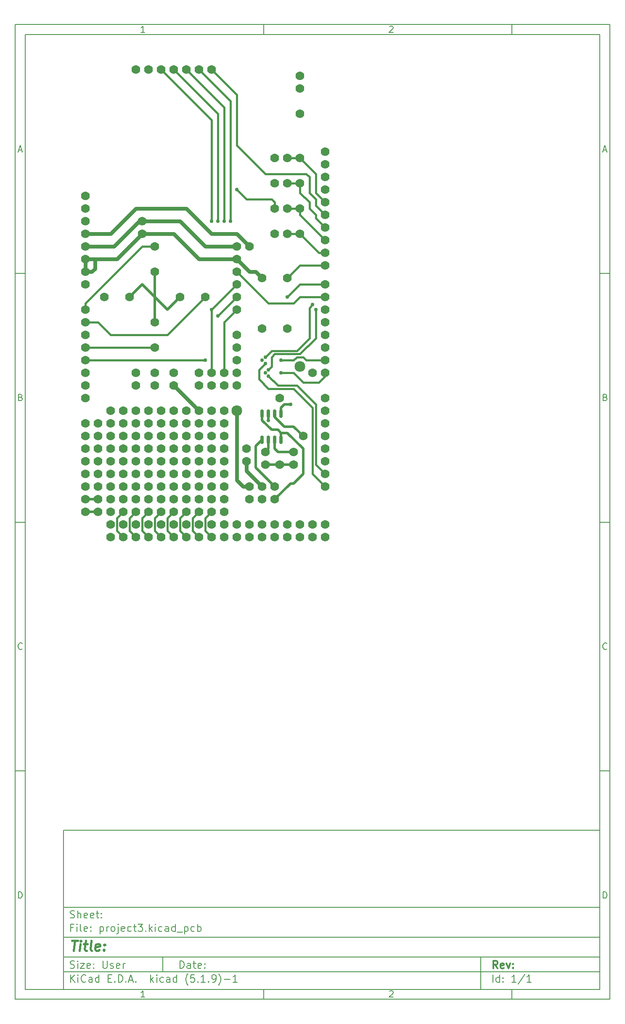
<source format=gbr>
%TF.GenerationSoftware,KiCad,Pcbnew,(5.1.9)-1*%
%TF.CreationDate,2021-06-09T21:17:05-04:00*%
%TF.ProjectId,project3,70726f6a-6563-4743-932e-6b696361645f,rev?*%
%TF.SameCoordinates,Original*%
%TF.FileFunction,Copper,L1,Top*%
%TF.FilePolarity,Positive*%
%FSLAX45Y45*%
G04 Gerber Fmt 4.5, Leading zero omitted, Abs format (unit mm)*
G04 Created by KiCad (PCBNEW (5.1.9)-1) date 2021-06-09 21:17:05*
%MOMM*%
%LPD*%
G01*
G04 APERTURE LIST*
%ADD10C,0.127000*%
%ADD11C,0.150000*%
%ADD12C,0.300000*%
%ADD13C,0.400000*%
%TA.AperFunction,ViaPad*%
%ADD14C,0.762000*%
%TD*%
%TA.AperFunction,ViaPad*%
%ADD15C,1.778000*%
%TD*%
%TA.AperFunction,ViaPad*%
%ADD16C,2.159000*%
%TD*%
%TA.AperFunction,Conductor*%
%ADD17C,0.381000*%
%TD*%
%TA.AperFunction,Conductor*%
%ADD18C,0.762000*%
%TD*%
%TA.AperFunction,Conductor*%
%ADD19C,0.508000*%
%TD*%
G04 APERTURE END LIST*
D10*
D11*
X1970000Y-17190000D02*
X1970000Y-20390000D01*
X12770000Y-20390000D01*
X12770000Y-17190000D01*
X1970000Y-17190000D01*
D10*
D11*
X1000000Y-1000000D02*
X1000000Y-20590000D01*
X12970000Y-20590000D01*
X12970000Y-1000000D01*
X1000000Y-1000000D01*
D10*
D11*
X1200000Y-1200000D02*
X1200000Y-20390000D01*
X12770000Y-20390000D01*
X12770000Y-1200000D01*
X1200000Y-1200000D01*
D10*
D11*
X6000000Y-1200000D02*
X6000000Y-1000000D01*
D10*
D11*
X11000000Y-1200000D02*
X11000000Y-1000000D01*
D10*
D11*
X3606548Y-1158810D02*
X3532262Y-1158810D01*
X3569405Y-1158810D02*
X3569405Y-1028809D01*
X3557024Y-1047381D01*
X3544643Y-1059762D01*
X3532262Y-1065952D01*
D10*
D11*
X8532262Y-1041190D02*
X8538452Y-1035000D01*
X8550833Y-1028809D01*
X8581786Y-1028809D01*
X8594167Y-1035000D01*
X8600357Y-1041190D01*
X8606548Y-1053571D01*
X8606548Y-1065952D01*
X8600357Y-1084524D01*
X8526071Y-1158810D01*
X8606548Y-1158810D01*
D10*
D11*
X6000000Y-20390000D02*
X6000000Y-20590000D01*
D10*
D11*
X11000000Y-20390000D02*
X11000000Y-20590000D01*
D10*
D11*
X3606548Y-20548810D02*
X3532262Y-20548810D01*
X3569405Y-20548810D02*
X3569405Y-20418810D01*
X3557024Y-20437381D01*
X3544643Y-20449762D01*
X3532262Y-20455952D01*
D10*
D11*
X8532262Y-20431190D02*
X8538452Y-20425000D01*
X8550833Y-20418810D01*
X8581786Y-20418810D01*
X8594167Y-20425000D01*
X8600357Y-20431190D01*
X8606548Y-20443571D01*
X8606548Y-20455952D01*
X8600357Y-20474524D01*
X8526071Y-20548810D01*
X8606548Y-20548810D01*
D10*
D11*
X1000000Y-6000000D02*
X1200000Y-6000000D01*
D10*
D11*
X1000000Y-11000000D02*
X1200000Y-11000000D01*
D10*
D11*
X1000000Y-16000000D02*
X1200000Y-16000000D01*
D10*
D11*
X1069048Y-3521667D02*
X1130952Y-3521667D01*
X1056667Y-3558809D02*
X1100000Y-3428809D01*
X1143333Y-3558809D01*
D10*
D11*
X1109286Y-8490714D02*
X1127857Y-8496905D01*
X1134048Y-8503095D01*
X1140238Y-8515476D01*
X1140238Y-8534048D01*
X1134048Y-8546429D01*
X1127857Y-8552619D01*
X1115476Y-8558810D01*
X1065952Y-8558810D01*
X1065952Y-8428810D01*
X1109286Y-8428810D01*
X1121667Y-8435000D01*
X1127857Y-8441190D01*
X1134048Y-8453571D01*
X1134048Y-8465952D01*
X1127857Y-8478333D01*
X1121667Y-8484524D01*
X1109286Y-8490714D01*
X1065952Y-8490714D01*
D10*
D11*
X1140238Y-13546428D02*
X1134048Y-13552619D01*
X1115476Y-13558809D01*
X1103095Y-13558809D01*
X1084524Y-13552619D01*
X1072143Y-13540238D01*
X1065952Y-13527857D01*
X1059762Y-13503095D01*
X1059762Y-13484524D01*
X1065952Y-13459762D01*
X1072143Y-13447381D01*
X1084524Y-13435000D01*
X1103095Y-13428809D01*
X1115476Y-13428809D01*
X1134048Y-13435000D01*
X1140238Y-13441190D01*
D10*
D11*
X1065952Y-18558810D02*
X1065952Y-18428810D01*
X1096905Y-18428810D01*
X1115476Y-18435000D01*
X1127857Y-18447381D01*
X1134048Y-18459762D01*
X1140238Y-18484524D01*
X1140238Y-18503095D01*
X1134048Y-18527857D01*
X1127857Y-18540238D01*
X1115476Y-18552619D01*
X1096905Y-18558810D01*
X1065952Y-18558810D01*
D10*
D11*
X12970000Y-6000000D02*
X12770000Y-6000000D01*
D10*
D11*
X12970000Y-11000000D02*
X12770000Y-11000000D01*
D10*
D11*
X12970000Y-16000000D02*
X12770000Y-16000000D01*
D10*
D11*
X12839048Y-3521667D02*
X12900952Y-3521667D01*
X12826667Y-3558809D02*
X12870000Y-3428809D01*
X12913333Y-3558809D01*
D10*
D11*
X12879286Y-8490714D02*
X12897857Y-8496905D01*
X12904048Y-8503095D01*
X12910238Y-8515476D01*
X12910238Y-8534048D01*
X12904048Y-8546429D01*
X12897857Y-8552619D01*
X12885476Y-8558810D01*
X12835952Y-8558810D01*
X12835952Y-8428810D01*
X12879286Y-8428810D01*
X12891667Y-8435000D01*
X12897857Y-8441190D01*
X12904048Y-8453571D01*
X12904048Y-8465952D01*
X12897857Y-8478333D01*
X12891667Y-8484524D01*
X12879286Y-8490714D01*
X12835952Y-8490714D01*
D10*
D11*
X12910238Y-13546428D02*
X12904048Y-13552619D01*
X12885476Y-13558809D01*
X12873095Y-13558809D01*
X12854524Y-13552619D01*
X12842143Y-13540238D01*
X12835952Y-13527857D01*
X12829762Y-13503095D01*
X12829762Y-13484524D01*
X12835952Y-13459762D01*
X12842143Y-13447381D01*
X12854524Y-13435000D01*
X12873095Y-13428809D01*
X12885476Y-13428809D01*
X12904048Y-13435000D01*
X12910238Y-13441190D01*
D10*
D11*
X12835952Y-18558810D02*
X12835952Y-18428810D01*
X12866905Y-18428810D01*
X12885476Y-18435000D01*
X12897857Y-18447381D01*
X12904048Y-18459762D01*
X12910238Y-18484524D01*
X12910238Y-18503095D01*
X12904048Y-18527857D01*
X12897857Y-18540238D01*
X12885476Y-18552619D01*
X12866905Y-18558810D01*
X12835952Y-18558810D01*
D10*
D11*
X4313214Y-19967857D02*
X4313214Y-19817857D01*
X4348929Y-19817857D01*
X4370357Y-19825000D01*
X4384643Y-19839286D01*
X4391786Y-19853571D01*
X4398929Y-19882143D01*
X4398929Y-19903571D01*
X4391786Y-19932143D01*
X4384643Y-19946429D01*
X4370357Y-19960714D01*
X4348929Y-19967857D01*
X4313214Y-19967857D01*
X4527500Y-19967857D02*
X4527500Y-19889286D01*
X4520357Y-19875000D01*
X4506071Y-19867857D01*
X4477500Y-19867857D01*
X4463214Y-19875000D01*
X4527500Y-19960714D02*
X4513214Y-19967857D01*
X4477500Y-19967857D01*
X4463214Y-19960714D01*
X4456071Y-19946429D01*
X4456071Y-19932143D01*
X4463214Y-19917857D01*
X4477500Y-19910714D01*
X4513214Y-19910714D01*
X4527500Y-19903571D01*
X4577500Y-19867857D02*
X4634643Y-19867857D01*
X4598929Y-19817857D02*
X4598929Y-19946429D01*
X4606071Y-19960714D01*
X4620357Y-19967857D01*
X4634643Y-19967857D01*
X4741786Y-19960714D02*
X4727500Y-19967857D01*
X4698929Y-19967857D01*
X4684643Y-19960714D01*
X4677500Y-19946429D01*
X4677500Y-19889286D01*
X4684643Y-19875000D01*
X4698929Y-19867857D01*
X4727500Y-19867857D01*
X4741786Y-19875000D01*
X4748929Y-19889286D01*
X4748929Y-19903571D01*
X4677500Y-19917857D01*
X4813214Y-19953571D02*
X4820357Y-19960714D01*
X4813214Y-19967857D01*
X4806071Y-19960714D01*
X4813214Y-19953571D01*
X4813214Y-19967857D01*
X4813214Y-19875000D02*
X4820357Y-19882143D01*
X4813214Y-19889286D01*
X4806071Y-19882143D01*
X4813214Y-19875000D01*
X4813214Y-19889286D01*
D10*
D11*
X1970000Y-20040000D02*
X12770000Y-20040000D01*
D10*
D11*
X2113214Y-20247857D02*
X2113214Y-20097857D01*
X2198929Y-20247857D02*
X2134643Y-20162143D01*
X2198929Y-20097857D02*
X2113214Y-20183571D01*
X2263214Y-20247857D02*
X2263214Y-20147857D01*
X2263214Y-20097857D02*
X2256071Y-20105000D01*
X2263214Y-20112143D01*
X2270357Y-20105000D01*
X2263214Y-20097857D01*
X2263214Y-20112143D01*
X2420357Y-20233571D02*
X2413214Y-20240714D01*
X2391786Y-20247857D01*
X2377500Y-20247857D01*
X2356071Y-20240714D01*
X2341786Y-20226429D01*
X2334643Y-20212143D01*
X2327500Y-20183571D01*
X2327500Y-20162143D01*
X2334643Y-20133571D01*
X2341786Y-20119286D01*
X2356071Y-20105000D01*
X2377500Y-20097857D01*
X2391786Y-20097857D01*
X2413214Y-20105000D01*
X2420357Y-20112143D01*
X2548929Y-20247857D02*
X2548929Y-20169286D01*
X2541786Y-20155000D01*
X2527500Y-20147857D01*
X2498929Y-20147857D01*
X2484643Y-20155000D01*
X2548929Y-20240714D02*
X2534643Y-20247857D01*
X2498929Y-20247857D01*
X2484643Y-20240714D01*
X2477500Y-20226429D01*
X2477500Y-20212143D01*
X2484643Y-20197857D01*
X2498929Y-20190714D01*
X2534643Y-20190714D01*
X2548929Y-20183571D01*
X2684643Y-20247857D02*
X2684643Y-20097857D01*
X2684643Y-20240714D02*
X2670357Y-20247857D01*
X2641786Y-20247857D01*
X2627500Y-20240714D01*
X2620357Y-20233571D01*
X2613214Y-20219286D01*
X2613214Y-20176429D01*
X2620357Y-20162143D01*
X2627500Y-20155000D01*
X2641786Y-20147857D01*
X2670357Y-20147857D01*
X2684643Y-20155000D01*
X2870357Y-20169286D02*
X2920357Y-20169286D01*
X2941786Y-20247857D02*
X2870357Y-20247857D01*
X2870357Y-20097857D01*
X2941786Y-20097857D01*
X3006071Y-20233571D02*
X3013214Y-20240714D01*
X3006071Y-20247857D01*
X2998928Y-20240714D01*
X3006071Y-20233571D01*
X3006071Y-20247857D01*
X3077500Y-20247857D02*
X3077500Y-20097857D01*
X3113214Y-20097857D01*
X3134643Y-20105000D01*
X3148928Y-20119286D01*
X3156071Y-20133571D01*
X3163214Y-20162143D01*
X3163214Y-20183571D01*
X3156071Y-20212143D01*
X3148928Y-20226429D01*
X3134643Y-20240714D01*
X3113214Y-20247857D01*
X3077500Y-20247857D01*
X3227500Y-20233571D02*
X3234643Y-20240714D01*
X3227500Y-20247857D01*
X3220357Y-20240714D01*
X3227500Y-20233571D01*
X3227500Y-20247857D01*
X3291786Y-20205000D02*
X3363214Y-20205000D01*
X3277500Y-20247857D02*
X3327500Y-20097857D01*
X3377500Y-20247857D01*
X3427500Y-20233571D02*
X3434643Y-20240714D01*
X3427500Y-20247857D01*
X3420357Y-20240714D01*
X3427500Y-20233571D01*
X3427500Y-20247857D01*
X3727500Y-20247857D02*
X3727500Y-20097857D01*
X3741786Y-20190714D02*
X3784643Y-20247857D01*
X3784643Y-20147857D02*
X3727500Y-20205000D01*
X3848928Y-20247857D02*
X3848928Y-20147857D01*
X3848928Y-20097857D02*
X3841786Y-20105000D01*
X3848928Y-20112143D01*
X3856071Y-20105000D01*
X3848928Y-20097857D01*
X3848928Y-20112143D01*
X3984643Y-20240714D02*
X3970357Y-20247857D01*
X3941786Y-20247857D01*
X3927500Y-20240714D01*
X3920357Y-20233571D01*
X3913214Y-20219286D01*
X3913214Y-20176429D01*
X3920357Y-20162143D01*
X3927500Y-20155000D01*
X3941786Y-20147857D01*
X3970357Y-20147857D01*
X3984643Y-20155000D01*
X4113214Y-20247857D02*
X4113214Y-20169286D01*
X4106071Y-20155000D01*
X4091786Y-20147857D01*
X4063214Y-20147857D01*
X4048928Y-20155000D01*
X4113214Y-20240714D02*
X4098928Y-20247857D01*
X4063214Y-20247857D01*
X4048928Y-20240714D01*
X4041786Y-20226429D01*
X4041786Y-20212143D01*
X4048928Y-20197857D01*
X4063214Y-20190714D01*
X4098928Y-20190714D01*
X4113214Y-20183571D01*
X4248929Y-20247857D02*
X4248929Y-20097857D01*
X4248929Y-20240714D02*
X4234643Y-20247857D01*
X4206071Y-20247857D01*
X4191786Y-20240714D01*
X4184643Y-20233571D01*
X4177500Y-20219286D01*
X4177500Y-20176429D01*
X4184643Y-20162143D01*
X4191786Y-20155000D01*
X4206071Y-20147857D01*
X4234643Y-20147857D01*
X4248929Y-20155000D01*
X4477500Y-20305000D02*
X4470357Y-20297857D01*
X4456071Y-20276429D01*
X4448929Y-20262143D01*
X4441786Y-20240714D01*
X4434643Y-20205000D01*
X4434643Y-20176429D01*
X4441786Y-20140714D01*
X4448929Y-20119286D01*
X4456071Y-20105000D01*
X4470357Y-20083571D01*
X4477500Y-20076429D01*
X4606071Y-20097857D02*
X4534643Y-20097857D01*
X4527500Y-20169286D01*
X4534643Y-20162143D01*
X4548929Y-20155000D01*
X4584643Y-20155000D01*
X4598929Y-20162143D01*
X4606071Y-20169286D01*
X4613214Y-20183571D01*
X4613214Y-20219286D01*
X4606071Y-20233571D01*
X4598929Y-20240714D01*
X4584643Y-20247857D01*
X4548929Y-20247857D01*
X4534643Y-20240714D01*
X4527500Y-20233571D01*
X4677500Y-20233571D02*
X4684643Y-20240714D01*
X4677500Y-20247857D01*
X4670357Y-20240714D01*
X4677500Y-20233571D01*
X4677500Y-20247857D01*
X4827500Y-20247857D02*
X4741786Y-20247857D01*
X4784643Y-20247857D02*
X4784643Y-20097857D01*
X4770357Y-20119286D01*
X4756071Y-20133571D01*
X4741786Y-20140714D01*
X4891786Y-20233571D02*
X4898929Y-20240714D01*
X4891786Y-20247857D01*
X4884643Y-20240714D01*
X4891786Y-20233571D01*
X4891786Y-20247857D01*
X4970357Y-20247857D02*
X4998929Y-20247857D01*
X5013214Y-20240714D01*
X5020357Y-20233571D01*
X5034643Y-20212143D01*
X5041786Y-20183571D01*
X5041786Y-20126429D01*
X5034643Y-20112143D01*
X5027500Y-20105000D01*
X5013214Y-20097857D01*
X4984643Y-20097857D01*
X4970357Y-20105000D01*
X4963214Y-20112143D01*
X4956071Y-20126429D01*
X4956071Y-20162143D01*
X4963214Y-20176429D01*
X4970357Y-20183571D01*
X4984643Y-20190714D01*
X5013214Y-20190714D01*
X5027500Y-20183571D01*
X5034643Y-20176429D01*
X5041786Y-20162143D01*
X5091786Y-20305000D02*
X5098929Y-20297857D01*
X5113214Y-20276429D01*
X5120357Y-20262143D01*
X5127500Y-20240714D01*
X5134643Y-20205000D01*
X5134643Y-20176429D01*
X5127500Y-20140714D01*
X5120357Y-20119286D01*
X5113214Y-20105000D01*
X5098929Y-20083571D01*
X5091786Y-20076429D01*
X5206071Y-20190714D02*
X5320357Y-20190714D01*
X5470357Y-20247857D02*
X5384643Y-20247857D01*
X5427500Y-20247857D02*
X5427500Y-20097857D01*
X5413214Y-20119286D01*
X5398929Y-20133571D01*
X5384643Y-20140714D01*
D10*
D11*
X1970000Y-19740000D02*
X12770000Y-19740000D01*
D10*
D12*
X10710929Y-19967857D02*
X10660929Y-19896429D01*
X10625214Y-19967857D02*
X10625214Y-19817857D01*
X10682357Y-19817857D01*
X10696643Y-19825000D01*
X10703786Y-19832143D01*
X10710929Y-19846429D01*
X10710929Y-19867857D01*
X10703786Y-19882143D01*
X10696643Y-19889286D01*
X10682357Y-19896429D01*
X10625214Y-19896429D01*
X10832357Y-19960714D02*
X10818071Y-19967857D01*
X10789500Y-19967857D01*
X10775214Y-19960714D01*
X10768071Y-19946429D01*
X10768071Y-19889286D01*
X10775214Y-19875000D01*
X10789500Y-19867857D01*
X10818071Y-19867857D01*
X10832357Y-19875000D01*
X10839500Y-19889286D01*
X10839500Y-19903571D01*
X10768071Y-19917857D01*
X10889500Y-19867857D02*
X10925214Y-19967857D01*
X10960929Y-19867857D01*
X11018071Y-19953571D02*
X11025214Y-19960714D01*
X11018071Y-19967857D01*
X11010929Y-19960714D01*
X11018071Y-19953571D01*
X11018071Y-19967857D01*
X11018071Y-19875000D02*
X11025214Y-19882143D01*
X11018071Y-19889286D01*
X11010929Y-19882143D01*
X11018071Y-19875000D01*
X11018071Y-19889286D01*
D10*
D11*
X2106071Y-19960714D02*
X2127500Y-19967857D01*
X2163214Y-19967857D01*
X2177500Y-19960714D01*
X2184643Y-19953571D01*
X2191786Y-19939286D01*
X2191786Y-19925000D01*
X2184643Y-19910714D01*
X2177500Y-19903571D01*
X2163214Y-19896429D01*
X2134643Y-19889286D01*
X2120357Y-19882143D01*
X2113214Y-19875000D01*
X2106071Y-19860714D01*
X2106071Y-19846429D01*
X2113214Y-19832143D01*
X2120357Y-19825000D01*
X2134643Y-19817857D01*
X2170357Y-19817857D01*
X2191786Y-19825000D01*
X2256071Y-19967857D02*
X2256071Y-19867857D01*
X2256071Y-19817857D02*
X2248929Y-19825000D01*
X2256071Y-19832143D01*
X2263214Y-19825000D01*
X2256071Y-19817857D01*
X2256071Y-19832143D01*
X2313214Y-19867857D02*
X2391786Y-19867857D01*
X2313214Y-19967857D01*
X2391786Y-19967857D01*
X2506071Y-19960714D02*
X2491786Y-19967857D01*
X2463214Y-19967857D01*
X2448929Y-19960714D01*
X2441786Y-19946429D01*
X2441786Y-19889286D01*
X2448929Y-19875000D01*
X2463214Y-19867857D01*
X2491786Y-19867857D01*
X2506071Y-19875000D01*
X2513214Y-19889286D01*
X2513214Y-19903571D01*
X2441786Y-19917857D01*
X2577500Y-19953571D02*
X2584643Y-19960714D01*
X2577500Y-19967857D01*
X2570357Y-19960714D01*
X2577500Y-19953571D01*
X2577500Y-19967857D01*
X2577500Y-19875000D02*
X2584643Y-19882143D01*
X2577500Y-19889286D01*
X2570357Y-19882143D01*
X2577500Y-19875000D01*
X2577500Y-19889286D01*
X2763214Y-19817857D02*
X2763214Y-19939286D01*
X2770357Y-19953571D01*
X2777500Y-19960714D01*
X2791786Y-19967857D01*
X2820357Y-19967857D01*
X2834643Y-19960714D01*
X2841786Y-19953571D01*
X2848928Y-19939286D01*
X2848928Y-19817857D01*
X2913214Y-19960714D02*
X2927500Y-19967857D01*
X2956071Y-19967857D01*
X2970357Y-19960714D01*
X2977500Y-19946429D01*
X2977500Y-19939286D01*
X2970357Y-19925000D01*
X2956071Y-19917857D01*
X2934643Y-19917857D01*
X2920357Y-19910714D01*
X2913214Y-19896429D01*
X2913214Y-19889286D01*
X2920357Y-19875000D01*
X2934643Y-19867857D01*
X2956071Y-19867857D01*
X2970357Y-19875000D01*
X3098928Y-19960714D02*
X3084643Y-19967857D01*
X3056071Y-19967857D01*
X3041786Y-19960714D01*
X3034643Y-19946429D01*
X3034643Y-19889286D01*
X3041786Y-19875000D01*
X3056071Y-19867857D01*
X3084643Y-19867857D01*
X3098928Y-19875000D01*
X3106071Y-19889286D01*
X3106071Y-19903571D01*
X3034643Y-19917857D01*
X3170357Y-19967857D02*
X3170357Y-19867857D01*
X3170357Y-19896429D02*
X3177500Y-19882143D01*
X3184643Y-19875000D01*
X3198928Y-19867857D01*
X3213214Y-19867857D01*
D10*
D11*
X10613214Y-20247857D02*
X10613214Y-20097857D01*
X10748929Y-20247857D02*
X10748929Y-20097857D01*
X10748929Y-20240714D02*
X10734643Y-20247857D01*
X10706071Y-20247857D01*
X10691786Y-20240714D01*
X10684643Y-20233571D01*
X10677500Y-20219286D01*
X10677500Y-20176429D01*
X10684643Y-20162143D01*
X10691786Y-20155000D01*
X10706071Y-20147857D01*
X10734643Y-20147857D01*
X10748929Y-20155000D01*
X10820357Y-20233571D02*
X10827500Y-20240714D01*
X10820357Y-20247857D01*
X10813214Y-20240714D01*
X10820357Y-20233571D01*
X10820357Y-20247857D01*
X10820357Y-20155000D02*
X10827500Y-20162143D01*
X10820357Y-20169286D01*
X10813214Y-20162143D01*
X10820357Y-20155000D01*
X10820357Y-20169286D01*
X11084643Y-20247857D02*
X10998929Y-20247857D01*
X11041786Y-20247857D02*
X11041786Y-20097857D01*
X11027500Y-20119286D01*
X11013214Y-20133571D01*
X10998929Y-20140714D01*
X11256071Y-20090714D02*
X11127500Y-20283571D01*
X11384643Y-20247857D02*
X11298928Y-20247857D01*
X11341786Y-20247857D02*
X11341786Y-20097857D01*
X11327500Y-20119286D01*
X11313214Y-20133571D01*
X11298928Y-20140714D01*
D10*
D11*
X1970000Y-19340000D02*
X12770000Y-19340000D01*
D10*
D13*
X2141238Y-19410476D02*
X2255524Y-19410476D01*
X2173381Y-19610476D02*
X2198381Y-19410476D01*
X2297190Y-19610476D02*
X2313857Y-19477143D01*
X2322190Y-19410476D02*
X2311476Y-19420000D01*
X2319810Y-19429524D01*
X2330524Y-19420000D01*
X2322190Y-19410476D01*
X2319810Y-19429524D01*
X2380524Y-19477143D02*
X2456714Y-19477143D01*
X2417429Y-19410476D02*
X2396000Y-19581905D01*
X2403143Y-19600952D01*
X2421000Y-19610476D01*
X2440048Y-19610476D01*
X2535286Y-19610476D02*
X2517429Y-19600952D01*
X2510286Y-19581905D01*
X2531714Y-19410476D01*
X2688857Y-19600952D02*
X2668619Y-19610476D01*
X2630524Y-19610476D01*
X2612667Y-19600952D01*
X2605524Y-19581905D01*
X2615048Y-19505714D01*
X2626952Y-19486667D01*
X2647190Y-19477143D01*
X2685286Y-19477143D01*
X2703143Y-19486667D01*
X2710286Y-19505714D01*
X2707905Y-19524762D01*
X2610286Y-19543810D01*
X2785286Y-19591429D02*
X2793619Y-19600952D01*
X2782905Y-19610476D01*
X2774571Y-19600952D01*
X2785286Y-19591429D01*
X2782905Y-19610476D01*
X2798381Y-19486667D02*
X2806714Y-19496190D01*
X2796000Y-19505714D01*
X2787667Y-19496190D01*
X2798381Y-19486667D01*
X2796000Y-19505714D01*
D10*
D11*
X2163214Y-19149286D02*
X2113214Y-19149286D01*
X2113214Y-19227857D02*
X2113214Y-19077857D01*
X2184643Y-19077857D01*
X2241786Y-19227857D02*
X2241786Y-19127857D01*
X2241786Y-19077857D02*
X2234643Y-19085000D01*
X2241786Y-19092143D01*
X2248929Y-19085000D01*
X2241786Y-19077857D01*
X2241786Y-19092143D01*
X2334643Y-19227857D02*
X2320357Y-19220714D01*
X2313214Y-19206429D01*
X2313214Y-19077857D01*
X2448929Y-19220714D02*
X2434643Y-19227857D01*
X2406071Y-19227857D01*
X2391786Y-19220714D01*
X2384643Y-19206429D01*
X2384643Y-19149286D01*
X2391786Y-19135000D01*
X2406071Y-19127857D01*
X2434643Y-19127857D01*
X2448929Y-19135000D01*
X2456071Y-19149286D01*
X2456071Y-19163571D01*
X2384643Y-19177857D01*
X2520357Y-19213571D02*
X2527500Y-19220714D01*
X2520357Y-19227857D01*
X2513214Y-19220714D01*
X2520357Y-19213571D01*
X2520357Y-19227857D01*
X2520357Y-19135000D02*
X2527500Y-19142143D01*
X2520357Y-19149286D01*
X2513214Y-19142143D01*
X2520357Y-19135000D01*
X2520357Y-19149286D01*
X2706071Y-19127857D02*
X2706071Y-19277857D01*
X2706071Y-19135000D02*
X2720357Y-19127857D01*
X2748929Y-19127857D01*
X2763214Y-19135000D01*
X2770357Y-19142143D01*
X2777500Y-19156429D01*
X2777500Y-19199286D01*
X2770357Y-19213571D01*
X2763214Y-19220714D01*
X2748929Y-19227857D01*
X2720357Y-19227857D01*
X2706071Y-19220714D01*
X2841786Y-19227857D02*
X2841786Y-19127857D01*
X2841786Y-19156429D02*
X2848928Y-19142143D01*
X2856071Y-19135000D01*
X2870357Y-19127857D01*
X2884643Y-19127857D01*
X2956071Y-19227857D02*
X2941786Y-19220714D01*
X2934643Y-19213571D01*
X2927500Y-19199286D01*
X2927500Y-19156429D01*
X2934643Y-19142143D01*
X2941786Y-19135000D01*
X2956071Y-19127857D01*
X2977500Y-19127857D01*
X2991786Y-19135000D01*
X2998928Y-19142143D01*
X3006071Y-19156429D01*
X3006071Y-19199286D01*
X2998928Y-19213571D01*
X2991786Y-19220714D01*
X2977500Y-19227857D01*
X2956071Y-19227857D01*
X3070357Y-19127857D02*
X3070357Y-19256429D01*
X3063214Y-19270714D01*
X3048928Y-19277857D01*
X3041786Y-19277857D01*
X3070357Y-19077857D02*
X3063214Y-19085000D01*
X3070357Y-19092143D01*
X3077500Y-19085000D01*
X3070357Y-19077857D01*
X3070357Y-19092143D01*
X3198928Y-19220714D02*
X3184643Y-19227857D01*
X3156071Y-19227857D01*
X3141786Y-19220714D01*
X3134643Y-19206429D01*
X3134643Y-19149286D01*
X3141786Y-19135000D01*
X3156071Y-19127857D01*
X3184643Y-19127857D01*
X3198928Y-19135000D01*
X3206071Y-19149286D01*
X3206071Y-19163571D01*
X3134643Y-19177857D01*
X3334643Y-19220714D02*
X3320357Y-19227857D01*
X3291786Y-19227857D01*
X3277500Y-19220714D01*
X3270357Y-19213571D01*
X3263214Y-19199286D01*
X3263214Y-19156429D01*
X3270357Y-19142143D01*
X3277500Y-19135000D01*
X3291786Y-19127857D01*
X3320357Y-19127857D01*
X3334643Y-19135000D01*
X3377500Y-19127857D02*
X3434643Y-19127857D01*
X3398928Y-19077857D02*
X3398928Y-19206429D01*
X3406071Y-19220714D01*
X3420357Y-19227857D01*
X3434643Y-19227857D01*
X3470357Y-19077857D02*
X3563214Y-19077857D01*
X3513214Y-19135000D01*
X3534643Y-19135000D01*
X3548928Y-19142143D01*
X3556071Y-19149286D01*
X3563214Y-19163571D01*
X3563214Y-19199286D01*
X3556071Y-19213571D01*
X3548928Y-19220714D01*
X3534643Y-19227857D01*
X3491786Y-19227857D01*
X3477500Y-19220714D01*
X3470357Y-19213571D01*
X3627500Y-19213571D02*
X3634643Y-19220714D01*
X3627500Y-19227857D01*
X3620357Y-19220714D01*
X3627500Y-19213571D01*
X3627500Y-19227857D01*
X3698928Y-19227857D02*
X3698928Y-19077857D01*
X3713214Y-19170714D02*
X3756071Y-19227857D01*
X3756071Y-19127857D02*
X3698928Y-19185000D01*
X3820357Y-19227857D02*
X3820357Y-19127857D01*
X3820357Y-19077857D02*
X3813214Y-19085000D01*
X3820357Y-19092143D01*
X3827500Y-19085000D01*
X3820357Y-19077857D01*
X3820357Y-19092143D01*
X3956071Y-19220714D02*
X3941786Y-19227857D01*
X3913214Y-19227857D01*
X3898928Y-19220714D01*
X3891786Y-19213571D01*
X3884643Y-19199286D01*
X3884643Y-19156429D01*
X3891786Y-19142143D01*
X3898928Y-19135000D01*
X3913214Y-19127857D01*
X3941786Y-19127857D01*
X3956071Y-19135000D01*
X4084643Y-19227857D02*
X4084643Y-19149286D01*
X4077500Y-19135000D01*
X4063214Y-19127857D01*
X4034643Y-19127857D01*
X4020357Y-19135000D01*
X4084643Y-19220714D02*
X4070357Y-19227857D01*
X4034643Y-19227857D01*
X4020357Y-19220714D01*
X4013214Y-19206429D01*
X4013214Y-19192143D01*
X4020357Y-19177857D01*
X4034643Y-19170714D01*
X4070357Y-19170714D01*
X4084643Y-19163571D01*
X4220357Y-19227857D02*
X4220357Y-19077857D01*
X4220357Y-19220714D02*
X4206071Y-19227857D01*
X4177500Y-19227857D01*
X4163214Y-19220714D01*
X4156071Y-19213571D01*
X4148928Y-19199286D01*
X4148928Y-19156429D01*
X4156071Y-19142143D01*
X4163214Y-19135000D01*
X4177500Y-19127857D01*
X4206071Y-19127857D01*
X4220357Y-19135000D01*
X4256071Y-19242143D02*
X4370357Y-19242143D01*
X4406071Y-19127857D02*
X4406071Y-19277857D01*
X4406071Y-19135000D02*
X4420357Y-19127857D01*
X4448929Y-19127857D01*
X4463214Y-19135000D01*
X4470357Y-19142143D01*
X4477500Y-19156429D01*
X4477500Y-19199286D01*
X4470357Y-19213571D01*
X4463214Y-19220714D01*
X4448929Y-19227857D01*
X4420357Y-19227857D01*
X4406071Y-19220714D01*
X4606071Y-19220714D02*
X4591786Y-19227857D01*
X4563214Y-19227857D01*
X4548929Y-19220714D01*
X4541786Y-19213571D01*
X4534643Y-19199286D01*
X4534643Y-19156429D01*
X4541786Y-19142143D01*
X4548929Y-19135000D01*
X4563214Y-19127857D01*
X4591786Y-19127857D01*
X4606071Y-19135000D01*
X4670357Y-19227857D02*
X4670357Y-19077857D01*
X4670357Y-19135000D02*
X4684643Y-19127857D01*
X4713214Y-19127857D01*
X4727500Y-19135000D01*
X4734643Y-19142143D01*
X4741786Y-19156429D01*
X4741786Y-19199286D01*
X4734643Y-19213571D01*
X4727500Y-19220714D01*
X4713214Y-19227857D01*
X4684643Y-19227857D01*
X4670357Y-19220714D01*
D10*
D11*
X1970000Y-18740000D02*
X12770000Y-18740000D01*
D10*
D11*
X2106071Y-18950714D02*
X2127500Y-18957857D01*
X2163214Y-18957857D01*
X2177500Y-18950714D01*
X2184643Y-18943571D01*
X2191786Y-18929286D01*
X2191786Y-18915000D01*
X2184643Y-18900714D01*
X2177500Y-18893571D01*
X2163214Y-18886429D01*
X2134643Y-18879286D01*
X2120357Y-18872143D01*
X2113214Y-18865000D01*
X2106071Y-18850714D01*
X2106071Y-18836429D01*
X2113214Y-18822143D01*
X2120357Y-18815000D01*
X2134643Y-18807857D01*
X2170357Y-18807857D01*
X2191786Y-18815000D01*
X2256071Y-18957857D02*
X2256071Y-18807857D01*
X2320357Y-18957857D02*
X2320357Y-18879286D01*
X2313214Y-18865000D01*
X2298929Y-18857857D01*
X2277500Y-18857857D01*
X2263214Y-18865000D01*
X2256071Y-18872143D01*
X2448929Y-18950714D02*
X2434643Y-18957857D01*
X2406071Y-18957857D01*
X2391786Y-18950714D01*
X2384643Y-18936429D01*
X2384643Y-18879286D01*
X2391786Y-18865000D01*
X2406071Y-18857857D01*
X2434643Y-18857857D01*
X2448929Y-18865000D01*
X2456071Y-18879286D01*
X2456071Y-18893571D01*
X2384643Y-18907857D01*
X2577500Y-18950714D02*
X2563214Y-18957857D01*
X2534643Y-18957857D01*
X2520357Y-18950714D01*
X2513214Y-18936429D01*
X2513214Y-18879286D01*
X2520357Y-18865000D01*
X2534643Y-18857857D01*
X2563214Y-18857857D01*
X2577500Y-18865000D01*
X2584643Y-18879286D01*
X2584643Y-18893571D01*
X2513214Y-18907857D01*
X2627500Y-18857857D02*
X2684643Y-18857857D01*
X2648929Y-18807857D02*
X2648929Y-18936429D01*
X2656071Y-18950714D01*
X2670357Y-18957857D01*
X2684643Y-18957857D01*
X2734643Y-18943571D02*
X2741786Y-18950714D01*
X2734643Y-18957857D01*
X2727500Y-18950714D01*
X2734643Y-18943571D01*
X2734643Y-18957857D01*
X2734643Y-18865000D02*
X2741786Y-18872143D01*
X2734643Y-18879286D01*
X2727500Y-18872143D01*
X2734643Y-18865000D01*
X2734643Y-18879286D01*
D10*
D11*
X3970000Y-19740000D02*
X3970000Y-20040000D01*
D10*
D11*
X10370000Y-19740000D02*
X10370000Y-20390000D01*
%TO.P,REF\u002A\u002A,8*%
%TO.N,N/C*%
%TA.AperFunction,SMDPad,CuDef*%
G36*
G01*
X6334125Y-9260450D02*
X6365875Y-9260450D01*
G75*
G02*
X6381750Y-9276325I0J-15875D01*
G01*
X6381750Y-9409675D01*
G75*
G02*
X6365875Y-9425550I-15875J0D01*
G01*
X6334125Y-9425550D01*
G75*
G02*
X6318250Y-9409675I0J15875D01*
G01*
X6318250Y-9276325D01*
G75*
G02*
X6334125Y-9260450I15875J0D01*
G01*
G37*
%TD.AperFunction*%
%TO.P,REF\u002A\u002A,7*%
%TA.AperFunction,SMDPad,CuDef*%
G36*
G01*
X6207125Y-9260450D02*
X6238875Y-9260450D01*
G75*
G02*
X6254750Y-9276325I0J-15875D01*
G01*
X6254750Y-9409675D01*
G75*
G02*
X6238875Y-9425550I-15875J0D01*
G01*
X6207125Y-9425550D01*
G75*
G02*
X6191250Y-9409675I0J15875D01*
G01*
X6191250Y-9276325D01*
G75*
G02*
X6207125Y-9260450I15875J0D01*
G01*
G37*
%TD.AperFunction*%
%TO.P,REF\u002A\u002A,6*%
%TA.AperFunction,SMDPad,CuDef*%
G36*
G01*
X6080125Y-9260450D02*
X6111875Y-9260450D01*
G75*
G02*
X6127750Y-9276325I0J-15875D01*
G01*
X6127750Y-9409675D01*
G75*
G02*
X6111875Y-9425550I-15875J0D01*
G01*
X6080125Y-9425550D01*
G75*
G02*
X6064250Y-9409675I0J15875D01*
G01*
X6064250Y-9276325D01*
G75*
G02*
X6080125Y-9260450I15875J0D01*
G01*
G37*
%TD.AperFunction*%
%TO.P,REF\u002A\u002A,5*%
%TA.AperFunction,SMDPad,CuDef*%
G36*
G01*
X5953125Y-9260450D02*
X5984875Y-9260450D01*
G75*
G02*
X6000750Y-9276325I0J-15875D01*
G01*
X6000750Y-9409675D01*
G75*
G02*
X5984875Y-9425550I-15875J0D01*
G01*
X5953125Y-9425550D01*
G75*
G02*
X5937250Y-9409675I0J15875D01*
G01*
X5937250Y-9276325D01*
G75*
G02*
X5953125Y-9260450I15875J0D01*
G01*
G37*
%TD.AperFunction*%
%TO.P,REF\u002A\u002A,4*%
%TA.AperFunction,SMDPad,CuDef*%
G36*
G01*
X5953125Y-8735450D02*
X5984875Y-8735450D01*
G75*
G02*
X6000750Y-8751325I0J-15875D01*
G01*
X6000750Y-8884675D01*
G75*
G02*
X5984875Y-8900550I-15875J0D01*
G01*
X5953125Y-8900550D01*
G75*
G02*
X5937250Y-8884675I0J15875D01*
G01*
X5937250Y-8751325D01*
G75*
G02*
X5953125Y-8735450I15875J0D01*
G01*
G37*
%TD.AperFunction*%
%TO.P,REF\u002A\u002A,3*%
%TA.AperFunction,SMDPad,CuDef*%
G36*
G01*
X6080125Y-8735450D02*
X6111875Y-8735450D01*
G75*
G02*
X6127750Y-8751325I0J-15875D01*
G01*
X6127750Y-8884675D01*
G75*
G02*
X6111875Y-8900550I-15875J0D01*
G01*
X6080125Y-8900550D01*
G75*
G02*
X6064250Y-8884675I0J15875D01*
G01*
X6064250Y-8751325D01*
G75*
G02*
X6080125Y-8735450I15875J0D01*
G01*
G37*
%TD.AperFunction*%
%TO.P,REF\u002A\u002A,2*%
%TA.AperFunction,SMDPad,CuDef*%
G36*
G01*
X6207125Y-8735450D02*
X6238875Y-8735450D01*
G75*
G02*
X6254750Y-8751325I0J-15875D01*
G01*
X6254750Y-8884675D01*
G75*
G02*
X6238875Y-8900550I-15875J0D01*
G01*
X6207125Y-8900550D01*
G75*
G02*
X6191250Y-8884675I0J15875D01*
G01*
X6191250Y-8751325D01*
G75*
G02*
X6207125Y-8735450I15875J0D01*
G01*
G37*
%TD.AperFunction*%
%TO.P,REF\u002A\u002A,1*%
%TA.AperFunction,SMDPad,CuDef*%
G36*
G01*
X6334125Y-8735450D02*
X6365875Y-8735450D01*
G75*
G02*
X6381750Y-8751325I0J-15875D01*
G01*
X6381750Y-8884675D01*
G75*
G02*
X6365875Y-8900550I-15875J0D01*
G01*
X6334125Y-8900550D01*
G75*
G02*
X6318250Y-8884675I0J15875D01*
G01*
X6318250Y-8751325D01*
G75*
G02*
X6334125Y-8735450I15875J0D01*
G01*
G37*
%TD.AperFunction*%
%TD*%
D14*
%TO.N,*%
X4953000Y-6731000D03*
X5080000Y-6858000D03*
X6477000Y-6477000D03*
X4953000Y-4953000D03*
X5080000Y-4953000D03*
X5207000Y-4953000D03*
D15*
X4953000Y-10541000D03*
X4699000Y-10541000D03*
X4445000Y-10541000D03*
X4191000Y-10541000D03*
X3937000Y-10541000D03*
X3683000Y-10541000D03*
X3429000Y-10541000D03*
X3175000Y-10541000D03*
X2921000Y-10541000D03*
X2921000Y-10795000D03*
X2921000Y-11049000D03*
X2921000Y-11303000D03*
X3175000Y-11303000D03*
X3175000Y-11049000D03*
X3175000Y-10795000D03*
X3429000Y-10795000D03*
X3429000Y-11049000D03*
X3429000Y-11303000D03*
X3683000Y-11303000D03*
X3683000Y-11049000D03*
X3683000Y-10795000D03*
X3937000Y-10795000D03*
X3937000Y-11049000D03*
X3937000Y-11303000D03*
X4953000Y-10795000D03*
X4699000Y-10795000D03*
X4445000Y-10795000D03*
X4191000Y-10795000D03*
X4191000Y-11049000D03*
X4191000Y-11303000D03*
X4445000Y-11303000D03*
X4445000Y-11049000D03*
X4953000Y-8255000D03*
X4953000Y-8001000D03*
X5207000Y-8001000D03*
X5207000Y-8255000D03*
X4699000Y-8001000D03*
X4699000Y-8255000D03*
X5461000Y-8255000D03*
X5461000Y-8001000D03*
X5461000Y-7747000D03*
X5461000Y-7493000D03*
X4191000Y-8255000D03*
X4191000Y-8001000D03*
X3810000Y-8001000D03*
X3810000Y-8255000D03*
X3429000Y-8001000D03*
X2413000Y-7493000D03*
X2413000Y-7239000D03*
X2413000Y-6985000D03*
X2413000Y-6731000D03*
X2413000Y-9017000D03*
X2413000Y-8509000D03*
X2413000Y-8255000D03*
X2413000Y-8001000D03*
X2413000Y-9271000D03*
X2667000Y-9271000D03*
X2667000Y-9017000D03*
X7239000Y-8001000D03*
X7239000Y-7747000D03*
X7239000Y-7493000D03*
X7239000Y-7239000D03*
X7239000Y-6731000D03*
X7239000Y-6477000D03*
X7239000Y-6223000D03*
X7239000Y-5842000D03*
X7239000Y-5588000D03*
X7239000Y-5334000D03*
X7239000Y-4826000D03*
X7239000Y-4572000D03*
X7239000Y-4318000D03*
X7239000Y-4064000D03*
X7239000Y-3810000D03*
X7239000Y-3556000D03*
X6731000Y-3683000D03*
X6477000Y-3683000D03*
X6223000Y-3683000D03*
X6223000Y-4191000D03*
X6731000Y-4191000D03*
X6731000Y-4699000D03*
X6223000Y-4699000D03*
X6223000Y-5207000D03*
X6477000Y-5207000D03*
X6731000Y-5207000D03*
X6477000Y-6096000D03*
X5969000Y-6096000D03*
X6477000Y-7112000D03*
X5969000Y-7112000D03*
X5461000Y-6731000D03*
X5461000Y-6477000D03*
X5461000Y-6223000D03*
X5461000Y-5969000D03*
X5461000Y-5715000D03*
X5461000Y-5461000D03*
X4826000Y-6477000D03*
X4318000Y-6477000D03*
X3810000Y-6985000D03*
X3810000Y-7493000D03*
X3810000Y-5461000D03*
X3810000Y-5969000D03*
X3302000Y-6477000D03*
X2794000Y-6477000D03*
X5207000Y-8763000D03*
X4953000Y-8763000D03*
X4699000Y-8763000D03*
X4445000Y-8763000D03*
X4191000Y-8763000D03*
X3937000Y-8763000D03*
X3683000Y-8763000D03*
X3429000Y-8763000D03*
X3175000Y-8763000D03*
X3175000Y-9017000D03*
X3175000Y-9271000D03*
X3175000Y-9525000D03*
X3175000Y-9779000D03*
X3175000Y-10033000D03*
X3175000Y-10287000D03*
X2921000Y-10287000D03*
X2667000Y-10287000D03*
X2667000Y-10033000D03*
X2413000Y-10033000D03*
X2413000Y-9779000D03*
X2667000Y-9779000D03*
X2667000Y-9525000D03*
X2413000Y-9525000D03*
X2667000Y-10541000D03*
X2413000Y-10541000D03*
X2413000Y-10795000D03*
X2413000Y-10287000D03*
X2667000Y-10795000D03*
X2921000Y-10033000D03*
X2921000Y-9779000D03*
X2921000Y-9525000D03*
X2921000Y-9271000D03*
X2921000Y-9017000D03*
X2921000Y-8763000D03*
X3429000Y-9017000D03*
X3683000Y-9017000D03*
X3937000Y-9017000D03*
X3937000Y-9271000D03*
X3683000Y-9271000D03*
X3429000Y-9271000D03*
X3429000Y-9525000D03*
X3429000Y-9779000D03*
X3429000Y-10033000D03*
X3429000Y-10287000D03*
X3683000Y-10287000D03*
X3683000Y-10033000D03*
X3683000Y-9779000D03*
X3683000Y-9525000D03*
X3937000Y-9525000D03*
X3937000Y-9779000D03*
X3937000Y-10033000D03*
X3937000Y-10287000D03*
X4191000Y-10287000D03*
X4445000Y-10287000D03*
X4699000Y-10287000D03*
X4953000Y-10287000D03*
X4953000Y-10033000D03*
X4699000Y-10033000D03*
X4445000Y-10033000D03*
X4191000Y-10033000D03*
X4191000Y-9779000D03*
X4445000Y-9779000D03*
X4699000Y-9779000D03*
X4953000Y-9779000D03*
X5207000Y-10795000D03*
X4953000Y-9525000D03*
X4699000Y-9525000D03*
X4445000Y-9525000D03*
X4191000Y-9525000D03*
X4191000Y-9271000D03*
X4191000Y-9017000D03*
X4445000Y-9017000D03*
X4445000Y-9271000D03*
X4699000Y-9271000D03*
X4699000Y-9017000D03*
X4953000Y-9017000D03*
X4953000Y-9271000D03*
X5207000Y-9271000D03*
X5207000Y-9017000D03*
X2413000Y-6223000D03*
X2413000Y-5969000D03*
X2413000Y-5715000D03*
X2413000Y-5461000D03*
X2413000Y-5207000D03*
X2413000Y-4953000D03*
X2413000Y-4699000D03*
X2413000Y-4445000D03*
X4953000Y-1905000D03*
X4445000Y-1905000D03*
X4191000Y-1905000D03*
X3937000Y-1905000D03*
X3683000Y-1905000D03*
X3429000Y-1905000D03*
X6731000Y-2794000D03*
X6731000Y-2032000D03*
X5651500Y-9779000D03*
X5715000Y-11049000D03*
X5715000Y-11303000D03*
X5969000Y-11303000D03*
X5969000Y-11049000D03*
X6223000Y-11049000D03*
X6223000Y-11303000D03*
X5651500Y-9525000D03*
X5207000Y-10541000D03*
X4699000Y-11049000D03*
X4699000Y-11303000D03*
X4953000Y-11049000D03*
X4953000Y-11303000D03*
X5207000Y-11303000D03*
X5207000Y-11049000D03*
X6731000Y-2286000D03*
X2413000Y-7747000D03*
X5461000Y-7239000D03*
D14*
X4826000Y-7747000D03*
D15*
X3429000Y-8255000D03*
D14*
X5461000Y-4318000D03*
X5969000Y-7747000D03*
D15*
X7239000Y-10287000D03*
X7239000Y-10033000D03*
X7239000Y-9779000D03*
X7239000Y-9525000D03*
X7239000Y-9271000D03*
X7239000Y-9017000D03*
X7239000Y-8763000D03*
X7239000Y-8509000D03*
X6223000Y-10287000D03*
X5969000Y-10287000D03*
X5715000Y-10287000D03*
X5715000Y-10541000D03*
X5969000Y-10541000D03*
X6223000Y-10541000D03*
X5461000Y-11049000D03*
X5461000Y-11303000D03*
X6477000Y-11303000D03*
X6477000Y-11049000D03*
X6731000Y-11049000D03*
X6731000Y-11303000D03*
X6985000Y-11303000D03*
X6985000Y-11049000D03*
X7239000Y-11049000D03*
X7239000Y-11303000D03*
X5207000Y-9525000D03*
X5207000Y-9779000D03*
X5207000Y-10033000D03*
X5207000Y-10287000D03*
D14*
X7048500Y-6731000D03*
X6985000Y-6629400D03*
X6032500Y-7683500D03*
X6350000Y-8001000D03*
X6350000Y-7747000D03*
X6096000Y-7937500D03*
X6032500Y-8001000D03*
X6096000Y-8064500D03*
X6032500Y-7810500D03*
D15*
X3556000Y-5207000D03*
X3556000Y-4953000D03*
X5715000Y-5461000D03*
X4699000Y-1905000D03*
D14*
X5334000Y-4953000D03*
D15*
X7239000Y-6985000D03*
D16*
X6731000Y-7874000D03*
X5461000Y-8763000D03*
D15*
X6794500Y-9271000D03*
X6032500Y-9588500D03*
X6604000Y-9588500D03*
X6324600Y-9842500D03*
X6604000Y-9842500D03*
X6032500Y-9842500D03*
X6324600Y-8509000D03*
X6985000Y-8001000D03*
D14*
X6096000Y-8953500D03*
X6540500Y-8636000D03*
D15*
X6477000Y-4191000D03*
X7239000Y-5080000D03*
X6477000Y-4699000D03*
%TD*%
D17*
%TO.N,*%
X3810000Y-5969000D02*
X3810000Y-5969000D01*
X3302000Y-6477000D02*
X3302000Y-6477000D01*
X3810000Y-5461000D02*
X3810000Y-5461000D01*
X3556000Y-5461000D02*
X2413000Y-6604000D01*
X2413000Y-6604000D02*
X2413000Y-6731000D01*
X3810000Y-7493000D02*
X3810000Y-7493000D01*
X4826000Y-6477000D02*
X4826000Y-6477000D01*
X4064000Y-7239000D02*
X2921000Y-7239000D01*
X2921000Y-7239000D02*
X2667000Y-6985000D01*
X2667000Y-6985000D02*
X2413000Y-6985000D01*
X6731000Y-6477000D02*
X6604000Y-6604000D01*
X6731000Y-6223000D02*
X6477000Y-6477000D01*
X6223000Y-4699000D02*
X6223000Y-4699000D01*
D18*
X4826000Y-5461000D02*
X4318000Y-4953000D01*
X4318000Y-4953000D02*
X3556000Y-4953000D01*
D17*
X5207000Y-6985000D02*
X5207000Y-8001000D01*
X4953000Y-6731000D02*
X4953000Y-8001000D01*
X4953000Y-8001000D02*
X4953000Y-6858000D01*
X3810000Y-6985000D02*
X3810000Y-6985000D01*
X3810000Y-6985000D02*
X3810000Y-6985000D01*
X7239000Y-6477000D02*
X6731000Y-6477000D01*
X7239000Y-6223000D02*
X6731000Y-6223000D01*
X6477000Y-3683000D02*
X6477000Y-3683000D01*
X6477000Y-5207000D02*
X6477000Y-5207000D01*
X5461000Y-6731000D02*
X5207000Y-6985000D01*
X5461000Y-6477000D02*
X5080000Y-6858000D01*
X5461000Y-6223000D02*
X4953000Y-6731000D01*
D18*
X5461000Y-5461000D02*
X4826000Y-5461000D01*
D17*
X4826000Y-6477000D02*
X4064000Y-7239000D01*
X4318000Y-6477000D02*
X4318000Y-6477000D01*
X3810000Y-6985000D02*
X3810000Y-6985000D01*
X3810000Y-7493000D02*
X2413000Y-7493000D01*
X3810000Y-5461000D02*
X3556000Y-5461000D01*
X3175000Y-11303000D02*
X3048000Y-11176000D01*
X3048000Y-11176000D02*
X3048000Y-10922000D01*
X3429000Y-11303000D02*
X3302000Y-11176000D01*
X3302000Y-11176000D02*
X3302000Y-10922000D01*
X3683000Y-11303000D02*
X3556000Y-11176000D01*
X3556000Y-11176000D02*
X3556000Y-10922000D01*
X3937000Y-11303000D02*
X3810000Y-11176000D01*
X3810000Y-11176000D02*
X3810000Y-10922000D01*
X4191000Y-11303000D02*
X4064000Y-11176000D01*
X4064000Y-11176000D02*
X4064000Y-10922000D01*
X4445000Y-11303000D02*
X4318000Y-11176000D01*
X4318000Y-11176000D02*
X4318000Y-10922000D01*
X4699000Y-11303000D02*
X4572000Y-11176000D01*
X4572000Y-11176000D02*
X4572000Y-10922000D01*
X4953000Y-11303000D02*
X4826000Y-11176000D01*
X4826000Y-11176000D02*
X4826000Y-10922000D01*
X4953000Y-2921000D02*
X3937000Y-1905000D01*
X4953000Y-4953000D02*
X4953000Y-2921000D01*
X5080000Y-2794000D02*
X4191000Y-1905000D01*
X5080000Y-4953000D02*
X5080000Y-2794000D01*
X5207000Y-2667000D02*
X4445000Y-1905000D01*
X5207000Y-4953000D02*
X5207000Y-2667000D01*
X5461000Y-2413000D02*
X4953000Y-1905000D01*
X5461000Y-3429000D02*
X5461000Y-2413000D01*
X6096000Y-6604000D02*
X5461000Y-5969000D01*
X6096000Y-6604000D02*
X6604000Y-6604000D01*
D19*
X4064000Y-6731000D02*
X4318000Y-6477000D01*
X3302000Y-6477000D02*
X3556000Y-6223000D01*
X3556000Y-6223000D02*
X4064000Y-6731000D01*
X3810000Y-5969000D02*
X3810000Y-6985000D01*
D17*
X4826000Y-7747000D02*
X2413000Y-7747000D01*
X7048500Y-4381500D02*
X7239000Y-4572000D01*
X7048500Y-4000500D02*
X7048500Y-4381500D01*
X5461000Y-3429000D02*
X6032500Y-4000500D01*
X6032500Y-4000500D02*
X6858000Y-4000500D01*
X6858000Y-4000500D02*
X6921500Y-4064000D01*
X6921500Y-4064000D02*
X6921500Y-4381500D01*
X6921500Y-4381500D02*
X7048500Y-4508500D01*
X7048500Y-4635500D02*
X7239000Y-4826000D01*
X7048500Y-4508500D02*
X7048500Y-4635500D01*
X6731000Y-4826000D02*
X6731000Y-4699000D01*
X6223000Y-4699000D02*
X6223000Y-4572000D01*
X6223000Y-4572000D02*
X6159500Y-4508500D01*
X5651500Y-4508500D02*
X5461000Y-4318000D01*
X6159500Y-4508500D02*
X5651500Y-4508500D01*
X3810000Y-10922000D02*
X3937000Y-10795000D01*
X3556000Y-10922000D02*
X3683000Y-10795000D01*
X4318000Y-10922000D02*
X4445000Y-10795000D01*
X4064000Y-10922000D02*
X4191000Y-10795000D01*
X3302000Y-10922000D02*
X3429000Y-10795000D01*
X3048000Y-10922000D02*
X3175000Y-10795000D01*
X4572000Y-10922000D02*
X4699000Y-10795000D01*
X4826000Y-10922000D02*
X4953000Y-10795000D01*
X6731000Y-5842000D02*
X6477000Y-6096000D01*
X7239000Y-5842000D02*
X6731000Y-5842000D01*
X7239000Y-10287000D02*
X6985000Y-10033000D01*
X7239000Y-7747000D02*
X6858000Y-7747000D01*
X6858000Y-7747000D02*
X6794500Y-7683500D01*
X6794500Y-7683500D02*
X6667500Y-7683500D01*
X6667500Y-7683500D02*
X6604000Y-7747000D01*
D18*
X5969000Y-6096000D02*
X5842000Y-5969000D01*
X5842000Y-5969000D02*
X5715000Y-5969000D01*
X5715000Y-5969000D02*
X5461000Y-5715000D01*
D17*
X6985000Y-6629400D02*
X6921500Y-6692900D01*
X6921500Y-6692900D02*
X6921500Y-7302500D01*
X6921500Y-7302500D02*
X6667500Y-7556500D01*
X6731000Y-7620000D02*
X6223000Y-7620000D01*
X7048500Y-7302500D02*
X6731000Y-7620000D01*
X7048500Y-6731000D02*
X7048500Y-7302500D01*
X6159500Y-7556500D02*
X6667500Y-7556500D01*
X6159500Y-7874000D02*
X6159500Y-7683500D01*
X6159500Y-7683500D02*
X6223000Y-7620000D01*
X6096000Y-8318500D02*
X5905500Y-8128000D01*
X5905500Y-8128000D02*
X5905500Y-7937500D01*
X5905500Y-7937500D02*
X6032500Y-7810500D01*
X6286500Y-8255000D02*
X6096000Y-8064500D01*
X6604000Y-7747000D02*
X6350000Y-7747000D01*
X6604000Y-8001000D02*
X6350000Y-8001000D01*
X6032500Y-7683500D02*
X6159500Y-7556500D01*
X6096000Y-7937500D02*
X6159500Y-7874000D01*
D19*
X2413000Y-10541000D02*
X2667000Y-10541000D01*
X2413000Y-10795000D02*
X2667000Y-10795000D01*
D18*
X5715000Y-5461000D02*
X5461000Y-5207000D01*
X5461000Y-5207000D02*
X4953000Y-5207000D01*
X4953000Y-5207000D02*
X4445000Y-4699000D01*
D17*
X5334000Y-4953000D02*
X5334000Y-2540000D01*
X5334000Y-2540000D02*
X4699000Y-1905000D01*
X7239000Y-10033000D02*
X7048500Y-9842500D01*
D18*
X4445000Y-4699000D02*
X3429000Y-4699000D01*
X3429000Y-4699000D02*
X2921000Y-5207000D01*
X2921000Y-5207000D02*
X2413000Y-5207000D01*
X3556000Y-4953000D02*
X3492500Y-4953000D01*
X3492500Y-4953000D02*
X2984500Y-5461000D01*
X3556000Y-5207000D02*
X3048000Y-5715000D01*
X2984500Y-5461000D02*
X2413000Y-5461000D01*
X2540000Y-5715000D02*
X2413000Y-5715000D01*
X4191000Y-8255000D02*
X4699000Y-8763000D01*
X5461000Y-8763000D02*
X5461000Y-10160000D01*
X5461000Y-10160000D02*
X5588000Y-10287000D01*
X5588000Y-10287000D02*
X5715000Y-10287000D01*
X5651500Y-9969500D02*
X5969000Y-10287000D01*
X5651500Y-9779000D02*
X5651500Y-9969500D01*
D19*
X6223000Y-10287000D02*
X5842000Y-9906000D01*
X5969000Y-8818000D02*
X5969000Y-8953500D01*
X6286500Y-9144000D02*
X6350000Y-9207500D01*
D17*
X6667500Y-8255000D02*
X7048500Y-8636000D01*
X7048500Y-9842500D02*
X7048500Y-8636000D01*
X6667500Y-8255000D02*
X6286500Y-8255000D01*
X6604000Y-8318500D02*
X6985000Y-8699500D01*
X6985000Y-8699500D02*
X6985000Y-10033000D01*
X6096000Y-8318500D02*
X6604000Y-8318500D01*
D19*
X6350000Y-9207500D02*
X6350000Y-9343000D01*
X6223000Y-8890000D02*
X6413500Y-9080500D01*
X5969000Y-8953500D02*
X6159500Y-9144000D01*
X6159500Y-9144000D02*
X6286500Y-9144000D01*
X6540500Y-8636000D02*
X6413500Y-8636000D01*
X6350000Y-8699500D02*
X6350000Y-8818000D01*
X6413500Y-8636000D02*
X6350000Y-8699500D01*
X6096000Y-8953500D02*
X6096000Y-8818000D01*
X6604000Y-9080500D02*
X6794500Y-9271000D01*
X6413500Y-9080500D02*
X6604000Y-9080500D01*
X5842000Y-9470000D02*
X5969000Y-9343000D01*
X5842000Y-9906000D02*
X5842000Y-9470000D01*
X6223000Y-9525000D02*
X6286500Y-9588500D01*
X6223000Y-9343000D02*
X6223000Y-9525000D01*
X6477000Y-9207500D02*
X6794500Y-9525000D01*
X6794500Y-9525000D02*
X6794500Y-10033000D01*
X6096000Y-9525000D02*
X6032500Y-9588500D01*
X6096000Y-9343000D02*
X6096000Y-9525000D01*
D17*
X7239000Y-8001000D02*
X7239000Y-8064500D01*
X7239000Y-8064500D02*
X7112000Y-8191500D01*
X7112000Y-8191500D02*
X6794500Y-8191500D01*
X6604000Y-8001000D02*
X6794500Y-8191500D01*
X6223000Y-8818000D02*
X6223000Y-8890000D01*
X6477000Y-3683000D02*
X6731000Y-3683000D01*
X7048500Y-4000500D02*
X6731000Y-3683000D01*
X6477000Y-4191000D02*
X6477000Y-4191000D01*
X7048500Y-4889500D02*
X7239000Y-5080000D01*
X6921500Y-4572000D02*
X6731000Y-4381500D01*
X6731000Y-4191000D02*
X6477000Y-4191000D01*
X6477000Y-4699000D02*
X6477000Y-4699000D01*
X6731000Y-4699000D02*
X6477000Y-4699000D01*
X6731000Y-5207000D02*
X7112000Y-5588000D01*
X7239000Y-5588000D02*
X7112000Y-5588000D01*
X6731000Y-5207000D02*
X6477000Y-5207000D01*
X7239000Y-5334000D02*
X6731000Y-4826000D01*
X7048500Y-4826000D02*
X6921500Y-4699000D01*
X7048500Y-4826000D02*
X7048500Y-4889500D01*
X6731000Y-4381500D02*
X6731000Y-4191000D01*
X6921500Y-4572000D02*
X6921500Y-4699000D01*
D19*
X6477000Y-9207500D02*
X6350000Y-9207500D01*
X6794500Y-10033000D02*
X6604000Y-10223500D01*
X6604000Y-10223500D02*
X6540500Y-10223500D01*
X6540500Y-10223500D02*
X6223000Y-10541000D01*
X6286500Y-9588500D02*
X6604000Y-9588500D01*
X6032500Y-9842500D02*
X6604000Y-9842500D01*
D18*
X3556000Y-5207000D02*
X4191000Y-5207000D01*
X4191000Y-5207000D02*
X4699000Y-5715000D01*
X4699000Y-5715000D02*
X5461000Y-5715000D01*
X2413000Y-5715000D02*
X2413000Y-5969000D01*
X2413000Y-5969000D02*
X2540000Y-5969000D01*
X2540000Y-5969000D02*
X2603500Y-5905500D01*
X2603500Y-5905500D02*
X2603500Y-5715000D01*
X2603500Y-5715000D02*
X2540000Y-5715000D01*
X3048000Y-5715000D02*
X2603500Y-5715000D01*
%TD*%
M02*

</source>
